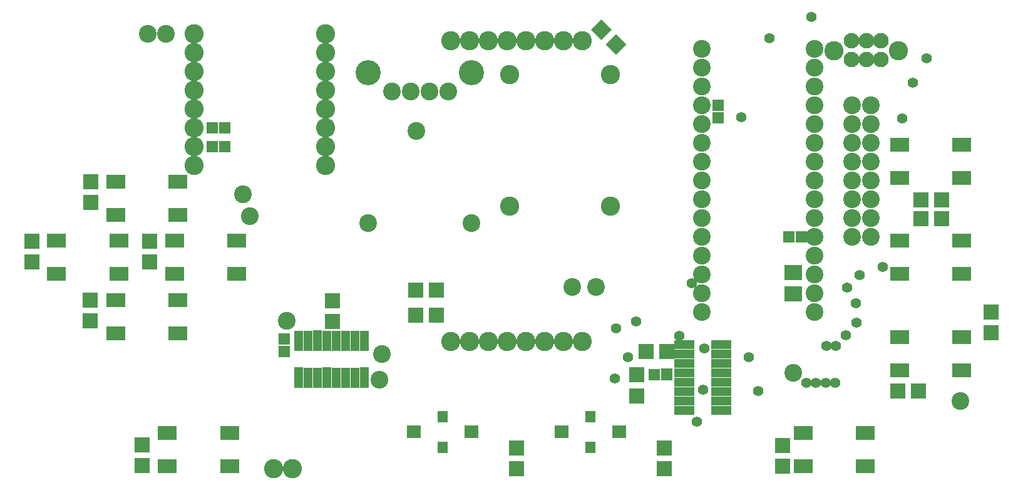
<source format=gbr>
%FSLAX34Y34*%
%MOMM*%
%LNSOLDERMASK_TOP*%
G71*
G01*
%ADD10R, 2.60X1.90*%
%ADD11R, 1.90X1.80*%
%ADD12R, 1.40X1.55*%
%ADD13C, 2.40*%
%ADD14C, 2.60*%
%ADD15R, 2.00X2.00*%
%ADD16C, 3.40*%
%ADD17C, 2.10*%
%ADD18C, 2.60*%
%ADD19R, 1.50X1.60*%
%ADD20C, 1.40*%
%ADD21C, 2.40*%
%ADD22R, 2.80X1.20*%
%ADD23R, 1.20X2.80*%
%ADD24R, 2.40X2.00*%
%ADD25R, 1.60X1.50*%
%LPD*%
X168000Y597500D02*
G54D10*
D03*
X168000Y552500D02*
G54D10*
D03*
X252000Y597500D02*
G54D10*
D03*
X252000Y552500D02*
G54D10*
D03*
X571000Y419000D02*
G54D11*
D03*
X649000Y419000D02*
G54D11*
D03*
X610000Y439750D02*
G54D12*
D03*
X610000Y398250D02*
G54D12*
D03*
X960812Y936885D02*
G54D13*
D03*
X960812Y911485D02*
G54D13*
D03*
X960812Y886085D02*
G54D13*
D03*
X960812Y860685D02*
G54D13*
D03*
X960812Y835285D02*
G54D13*
D03*
X960812Y809885D02*
G54D13*
D03*
X960812Y784485D02*
G54D13*
D03*
X960812Y759085D02*
G54D13*
D03*
X960812Y733685D02*
G54D13*
D03*
X960812Y708285D02*
G54D13*
D03*
X960812Y682885D02*
G54D13*
D03*
X960812Y657485D02*
G54D13*
D03*
X960812Y632085D02*
G54D13*
D03*
X960812Y606685D02*
G54D13*
D03*
X960812Y581285D02*
G54D13*
D03*
X1113212Y936885D02*
G54D13*
D03*
X1113212Y911485D02*
G54D13*
D03*
X1113212Y886085D02*
G54D13*
D03*
X1113212Y860685D02*
G54D13*
D03*
X1113212Y835285D02*
G54D13*
D03*
X1113212Y809885D02*
G54D13*
D03*
X1113212Y784485D02*
G54D13*
D03*
X1113212Y759085D02*
G54D13*
D03*
X1113212Y733685D02*
G54D13*
D03*
X1113212Y708285D02*
G54D13*
D03*
X1113212Y682885D02*
G54D13*
D03*
X1113212Y657485D02*
G54D13*
D03*
X1113212Y632085D02*
G54D13*
D03*
X1113212Y606685D02*
G54D13*
D03*
X1113212Y581285D02*
G54D13*
D03*
X168000Y757500D02*
G54D10*
D03*
X168000Y712500D02*
G54D10*
D03*
X252000Y757500D02*
G54D10*
D03*
X252000Y712500D02*
G54D10*
D03*
X88000Y677500D02*
G54D10*
D03*
X88000Y632500D02*
G54D10*
D03*
X172000Y677500D02*
G54D10*
D03*
X172000Y632500D02*
G54D10*
D03*
X248000Y677500D02*
G54D10*
D03*
X248000Y632500D02*
G54D10*
D03*
X332000Y677500D02*
G54D10*
D03*
X332000Y632500D02*
G54D10*
D03*
X771000Y419000D02*
G54D11*
D03*
X849000Y419000D02*
G54D11*
D03*
X810000Y439750D02*
G54D12*
D03*
X810000Y398250D02*
G54D12*
D03*
X1098000Y417500D02*
G54D10*
D03*
X1098000Y372500D02*
G54D10*
D03*
X1182000Y417500D02*
G54D10*
D03*
X1182000Y372500D02*
G54D10*
D03*
X1228000Y677500D02*
G54D10*
D03*
X1228000Y632500D02*
G54D10*
D03*
X1312000Y677500D02*
G54D10*
D03*
X1312000Y632500D02*
G54D10*
D03*
X1228000Y547500D02*
G54D10*
D03*
X1228000Y502500D02*
G54D10*
D03*
X1312000Y547500D02*
G54D10*
D03*
X1312000Y502500D02*
G54D10*
D03*
X1228000Y807500D02*
G54D10*
D03*
X1228000Y762500D02*
G54D10*
D03*
X1312000Y807500D02*
G54D10*
D03*
X1312000Y762500D02*
G54D10*
D03*
X700738Y901900D02*
G54D14*
D03*
X700738Y724100D02*
G54D14*
D03*
X837262Y901900D02*
G54D14*
D03*
X837262Y724100D02*
G54D14*
D03*
X238000Y417500D02*
G54D10*
D03*
X238000Y372500D02*
G54D10*
D03*
X322000Y417500D02*
G54D10*
D03*
X322000Y372500D02*
G54D10*
D03*
X204000Y401500D02*
G54D15*
D03*
X204000Y373500D02*
G54D15*
D03*
X214000Y677000D02*
G54D15*
D03*
X214000Y649000D02*
G54D15*
D03*
X133500Y597000D02*
G54D15*
D03*
X133500Y569000D02*
G54D15*
D03*
X1253500Y474500D02*
G54D15*
D03*
X1225500Y474500D02*
G54D15*
D03*
X710000Y369000D02*
G54D15*
D03*
X710000Y397000D02*
G54D15*
D03*
X134500Y757000D02*
G54D15*
D03*
X134500Y729000D02*
G54D15*
D03*
X1285000Y733000D02*
G54D15*
D03*
X1257000Y733000D02*
G54D15*
D03*
X1070000Y373000D02*
G54D15*
D03*
X1070000Y401000D02*
G54D15*
D03*
X1285000Y707000D02*
G54D15*
D03*
X1257000Y707000D02*
G54D15*
D03*
X910000Y369000D02*
G54D15*
D03*
X910000Y397000D02*
G54D15*
D03*
X649500Y701500D02*
G54D13*
D03*
X649500Y904700D02*
G54D16*
D03*
X509500Y701500D02*
G54D13*
D03*
X509500Y904700D02*
G54D16*
D03*
X541400Y879300D02*
G54D13*
D03*
X566800Y879300D02*
G54D13*
D03*
X592200Y879300D02*
G54D13*
D03*
X617600Y879300D02*
G54D13*
D03*
X1163112Y947894D02*
G54D17*
D03*
X1163112Y922494D02*
G54D17*
D03*
X1183112Y947894D02*
G54D17*
D03*
X1183112Y922494D02*
G54D17*
D03*
X1203112Y947894D02*
G54D17*
D03*
X1203112Y922494D02*
G54D17*
D03*
X1139612Y934194D02*
G54D18*
D03*
X1226612Y934194D02*
G54D18*
D03*
X1164012Y860685D02*
G54D13*
D03*
X1189412Y860685D02*
G54D13*
D03*
X1189412Y835285D02*
G54D13*
D03*
X1164012Y835285D02*
G54D13*
D03*
X1164012Y809885D02*
G54D13*
D03*
X1189412Y809885D02*
G54D13*
D03*
X1189412Y784485D02*
G54D13*
D03*
X1164012Y759085D02*
G54D13*
D03*
X1164012Y784485D02*
G54D13*
D03*
X1189412Y759085D02*
G54D13*
D03*
X1164012Y733685D02*
G54D13*
D03*
X1189412Y733685D02*
G54D13*
D03*
X1189412Y708285D02*
G54D13*
D03*
X1164012Y708285D02*
G54D13*
D03*
X1189412Y682885D02*
G54D13*
D03*
X1164012Y682885D02*
G54D13*
D03*
X298750Y830100D02*
G54D19*
D03*
X315750Y830100D02*
G54D19*
D03*
X298750Y804700D02*
G54D19*
D03*
X315750Y804700D02*
G54D19*
D03*
X211750Y957100D02*
G54D13*
D03*
X235750Y957100D02*
G54D13*
D03*
X461000Y568000D02*
G54D15*
D03*
X461000Y596000D02*
G54D15*
D03*
X381300Y369400D02*
G54D14*
D03*
X406700Y369400D02*
G54D14*
D03*
X1157000Y614000D02*
G54D20*
D03*
X1310000Y461000D02*
G54D21*
D03*
X987169Y448137D02*
G54D22*
D03*
X987168Y460837D02*
G54D22*
D03*
X987168Y473537D02*
G54D22*
D03*
X987168Y486237D02*
G54D22*
D03*
X987168Y498936D02*
G54D22*
D03*
X987168Y511637D02*
G54D22*
D03*
X987168Y524337D02*
G54D22*
D03*
X987169Y537036D02*
G54D22*
D03*
X937168Y537037D02*
G54D22*
D03*
X937168Y524337D02*
G54D22*
D03*
X937168Y511636D02*
G54D22*
D03*
X937169Y498936D02*
G54D22*
D03*
X937169Y486237D02*
G54D22*
D03*
X937168Y473536D02*
G54D22*
D03*
X937169Y460837D02*
G54D22*
D03*
X937168Y448136D02*
G54D22*
D03*
X896518Y496515D02*
G54D19*
D03*
G36*
X906018Y504515D02*
X921018Y504515D01*
X921018Y488515D01*
X906018Y488515D01*
X906018Y504515D01*
G37*
X1352000Y581000D02*
G54D15*
D03*
X1352000Y553000D02*
G54D15*
D03*
X1084000Y499000D02*
G54D21*
D03*
G36*
X409750Y506484D02*
X421750Y506484D01*
X421750Y478484D01*
X409750Y478484D01*
X409750Y506484D01*
G37*
X428450Y492484D02*
G54D23*
D03*
X441150Y492484D02*
G54D23*
D03*
G36*
X447850Y506484D02*
X459850Y506484D01*
X459850Y478484D01*
X447850Y478484D01*
X447850Y506484D01*
G37*
X466550Y492484D02*
G54D23*
D03*
X479250Y492484D02*
G54D23*
D03*
X491950Y492484D02*
G54D23*
D03*
G36*
X498649Y506484D02*
X510649Y506484D01*
X510650Y478484D01*
X498650Y478484D01*
X498649Y506484D01*
G37*
X504650Y542484D02*
G54D23*
D03*
X491950Y542484D02*
G54D23*
D03*
X479250Y542484D02*
G54D23*
D03*
X466550Y542484D02*
G54D23*
D03*
X453850Y542484D02*
G54D23*
D03*
G36*
X435150Y556484D02*
X447150Y556484D01*
X447150Y528484D01*
X435150Y528484D01*
X435150Y556484D01*
G37*
X428450Y542484D02*
G54D23*
D03*
X415750Y542484D02*
G54D23*
D03*
X873000Y468000D02*
G54D15*
D03*
X873000Y496000D02*
G54D15*
D03*
G36*
X824796Y976728D02*
X838929Y962577D01*
X824778Y948444D01*
X810645Y962595D01*
X824796Y976728D01*
G37*
G36*
X844596Y956929D02*
X858728Y942777D01*
X844576Y928645D01*
X830444Y942797D01*
X844596Y956929D01*
G37*
X1084000Y634000D02*
G54D24*
D03*
X1084000Y606000D02*
G54D24*
D03*
X396018Y528015D02*
G54D25*
D03*
X396018Y545015D02*
G54D25*
D03*
X54500Y677000D02*
G54D15*
D03*
X54500Y649000D02*
G54D15*
D03*
X525000Y490000D02*
G54D21*
D03*
X340000Y740000D02*
G54D21*
D03*
X349000Y711000D02*
G54D21*
D03*
X982812Y860685D02*
G54D25*
D03*
X982812Y843685D02*
G54D25*
D03*
X575000Y826000D02*
G54D21*
D03*
X574000Y577000D02*
G54D15*
D03*
X602000Y577000D02*
G54D15*
D03*
X818000Y615000D02*
G54D21*
D03*
X885000Y528000D02*
G54D15*
D03*
X913000Y528000D02*
G54D15*
D03*
X528000Y524000D02*
G54D21*
D03*
X399000Y569000D02*
G54D21*
D03*
X574000Y611000D02*
G54D15*
D03*
X602000Y611000D02*
G54D15*
D03*
X785000Y615000D02*
G54D21*
D03*
X621100Y947900D02*
G54D14*
D03*
X621100Y541500D02*
G54D14*
D03*
X646500Y947900D02*
G54D14*
D03*
X646500Y541500D02*
G54D14*
D03*
X671900Y947900D02*
G54D14*
D03*
X671900Y541500D02*
G54D14*
D03*
X697300Y947900D02*
G54D14*
D03*
X697300Y541500D02*
G54D14*
D03*
X722700Y947900D02*
G54D14*
D03*
X722700Y541500D02*
G54D14*
D03*
X748100Y947900D02*
G54D14*
D03*
X748100Y541500D02*
G54D14*
D03*
X773500Y947900D02*
G54D14*
D03*
X773500Y541500D02*
G54D14*
D03*
X798900Y947900D02*
G54D14*
D03*
X798900Y541500D02*
G54D14*
D03*
X451550Y779300D02*
G54D14*
D03*
X451550Y804700D02*
G54D14*
D03*
X451550Y830100D02*
G54D14*
D03*
X451550Y855500D02*
G54D14*
D03*
X451550Y880900D02*
G54D14*
D03*
X451550Y906300D02*
G54D14*
D03*
X451550Y931700D02*
G54D14*
D03*
X451550Y957100D02*
G54D14*
D03*
X273750Y779300D02*
G54D14*
D03*
X273750Y804700D02*
G54D14*
D03*
X273750Y830100D02*
G54D14*
D03*
X273750Y855500D02*
G54D14*
D03*
X273750Y880900D02*
G54D14*
D03*
X273750Y906300D02*
G54D14*
D03*
X273750Y931700D02*
G54D14*
D03*
X273750Y957100D02*
G54D14*
D03*
X273750Y957100D02*
G54D14*
D03*
X1052000Y951000D02*
G54D20*
D03*
X1014000Y844000D02*
G54D20*
D03*
X872000Y568000D02*
G54D20*
D03*
X845000Y559000D02*
G54D20*
D03*
X930000Y549000D02*
G54D20*
D03*
X964000Y532000D02*
G54D20*
D03*
X946812Y620085D02*
G54D20*
D03*
X1102000Y485000D02*
G54D20*
D03*
X1115000Y485000D02*
G54D20*
D03*
X1128000Y485000D02*
G54D20*
D03*
X1141000Y485000D02*
G54D20*
D03*
X1129000Y535000D02*
G54D20*
D03*
X1142000Y535000D02*
G54D20*
D03*
X1155000Y550000D02*
G54D20*
D03*
X1174000Y631000D02*
G54D20*
D03*
X1170000Y567000D02*
G54D20*
D03*
X1169000Y593000D02*
G54D20*
D03*
X962000Y476000D02*
G54D20*
D03*
X861000Y520000D02*
G54D20*
D03*
X843000Y491000D02*
G54D20*
D03*
X954000Y433000D02*
G54D20*
D03*
X1037000Y474000D02*
G54D20*
D03*
X1024000Y520000D02*
G54D20*
D03*
X1232000Y843000D02*
G54D20*
D03*
X1246000Y891000D02*
G54D20*
D03*
X1265000Y924000D02*
G54D20*
D03*
X1109000Y980000D02*
G54D20*
D03*
X1205000Y642000D02*
G54D20*
D03*
X1078212Y682885D02*
G54D19*
D03*
X1095212Y682885D02*
G54D19*
D03*
M02*

</source>
